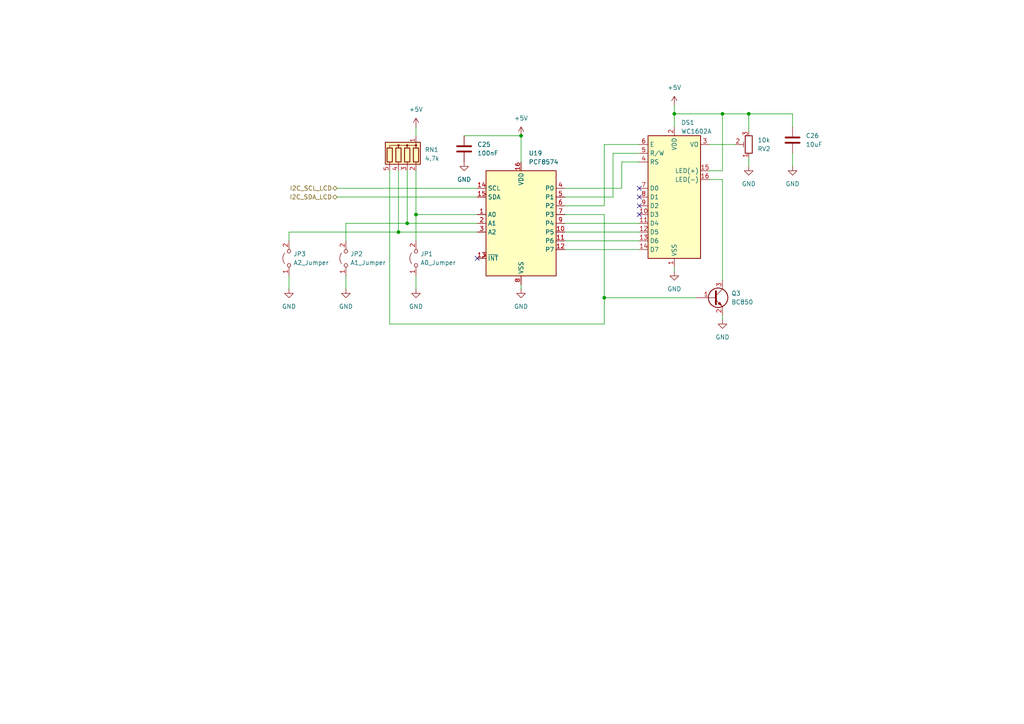
<source format=kicad_sch>
(kicad_sch (version 20231120) (generator "eeschema") (generator_version "8.0")
  (paper "A4")
  (lib_symbols
    (symbol "Device:C" (pin_numbers hide) (pin_names (offset 0.254))
      (property "Reference" "C" (at 0.635 2.54 0))
      (property "Value" "C" (at 0.635 -2.54 0))
      (symbol "C_0_1"
        (polyline (pts (xy -2.032 -0.762) (xy 2.032 -0.762)) (stroke (width 0.508)))
        (polyline (pts (xy -2.032 0.762) (xy 2.032 0.762)) (stroke (width 0.508)))
      )
      (symbol "C_1_1"
        (pin passive line (at 0 3.81 270) (length 2.794) (name "~") (number "1"))
        (pin passive line (at 0 -3.81 90) (length 2.794) (name "~") (number "2"))
      )
    )
    (symbol "Device:R_Network04" (pin_names (offset 0) hide)
      (property "Reference" "RN" (at -7.62 0 90))
      (property "Value" "R_Network04" (at 5.08 0 90))
      (symbol "R_Network04_0_1"
        (rectangle (start -6.35 -3.175) (end 3.81 3.175) (stroke (width 0.254)) (fill (type background)))
        (rectangle (start -5.842 1.524) (end -4.318 -2.54) (stroke (width 0.254)))
        (circle (center -5.08 2.286) (radius 0.254) (fill (type outline)))
        (rectangle (start -3.302 1.524) (end -1.778 -2.54) (stroke (width 0.254)))
        (circle (center -2.54 2.286) (radius 0.254) (fill (type outline)))
        (rectangle (start -0.762 1.524) (end 0.762 -2.54) (stroke (width 0.254)))
        (polyline (pts (xy -5.08 -2.54) (xy -5.08 -3.81)))
        (polyline (pts (xy -2.54 -2.54) (xy -2.54 -3.81)))
        (polyline (pts (xy 0 -2.54) (xy 0 -3.81)))
        (polyline (pts (xy 2.54 -2.54) (xy 2.54 -3.81)))
        (polyline (pts (xy -5.08 1.524) (xy -5.08 2.286) (xy -2.54 2.286) (xy -2.54 1.524)))
        (polyline (pts (xy -2.54 1.524) (xy -2.54 2.286) (xy 0 2.286) (xy 0 1.524)))
        (polyline (pts (xy 0 1.524) (xy 0 2.286) (xy 2.54 2.286) (xy 2.54 1.524)))
        (circle (center 0 2.286) (radius 0.254) (fill (type outline)))
        (rectangle (start 1.778 1.524) (end 3.302 -2.54) (stroke (width 0.254)))
      )
      (symbol "R_Network04_1_1"
        (pin passive line (at -5.08 5.08 270) (length 2.54) (name "common") (number "1"))
        (pin passive line (at -5.08 -5.08 90) (length 1.27) (name "R1") (number "2"))
        (pin passive line (at -2.54 -5.08 90) (length 1.27) (name "R2") (number "3"))
        (pin passive line (at 0 -5.08 90) (length 1.27) (name "R3") (number "4"))
        (pin passive line (at 2.54 -5.08 90) (length 1.27) (name "R4") (number "5"))
      )
    )
    (symbol "Device:R_Potentiometer_Trim" (pin_names (offset 1.016) hide)
      (property "Reference" "RV" (at -4.445 0 90))
      (property "Value" "R_Potentiometer_Trim" (at -2.54 0 90))
      (symbol "R_Potentiometer_Trim_0_1"
        (polyline (pts (xy 1.524 0.762) (xy 1.524 -0.762)))
        (polyline (pts (xy 2.54 0) (xy 1.524 0)))
        (rectangle (start 1.016 2.54) (end -1.016 -2.54) (stroke (width 0.254)))
      )
      (symbol "R_Potentiometer_Trim_1_1"
        (pin passive line (at 0 3.81 270) (length 1.27) (name "1") (number "1"))
        (pin passive line (at 3.81 0 180) (length 1.27) (name "2") (number "2"))
        (pin passive line (at 0 -3.81 90) (length 1.27) (name "3") (number "3"))
      )
    )
    (symbol "Display_Character:WC1602A"
      (property "Reference" "DS" (at -5.842 19.05 0))
      (property "Value" "WC1602A" (at 5.334 19.05 0))
      (symbol "WC1602A_1_1"
        (rectangle (start -7.62 17.78) (end 7.62 -17.78) (stroke (width 0.254)) (fill (type background)))
        (pin power_in line (at 0 -20.32 90) (length 2.54) (name "VSS") (number "1"))
        (pin input line (at -10.16 -5.08 0) (length 2.54) (name "D3") (number "10"))
        (pin input line (at -10.16 -7.62 0) (length 2.54) (name "D4") (number "11"))
        (pin input line (at -10.16 -10.16 0) (length 2.54) (name "D5") (number "12"))
        (pin input line (at -10.16 -12.7 0) (length 2.54) (name "D6") (number "13"))
        (pin input line (at -10.16 -15.24 0) (length 2.54) (name "D7") (number "14"))
        (pin power_in line (at 10.16 7.62 180) (length 2.54) (name "LED(+)") (number "15"))
        (pin power_in line (at 10.16 5.08 180) (length 2.54) (name "LED(-)") (number "16"))
        (pin power_in line (at 0 20.32 270) (length 2.54) (name "VDD") (number "2"))
        (pin input line (at 10.16 15.24 180) (length 2.54) (name "VO") (number "3"))
        (pin input line (at -10.16 10.16 0) (length 2.54) (name "RS") (number "4"))
        (pin input line (at -10.16 12.7 0) (length 2.54) (name "R/W") (number "5"))
        (pin input line (at -10.16 15.24 0) (length 2.54) (name "E") (number "6"))
        (pin input line (at -10.16 2.54 0) (length 2.54) (name "D0") (number "7"))
        (pin input line (at -10.16 0 0) (length 2.54) (name "D1") (number "8"))
        (pin input line (at -10.16 -2.54 0) (length 2.54) (name "D2") (number "9"))
      )
    )
    (symbol "Interface_Expansion:PCF8574"
      (property "Reference" "U" (at -8.89 16.51 0))
      (property "Value" "PCF8574" (at 2.54 16.51 0))
      (symbol "PCF8574_0_1"
        (rectangle (start -10.16 15.24) (end 10.16 -15.24) (stroke (width 0.254)) (fill (type background)))
      )
      (symbol "PCF8574_1_1"
        (pin input line (at -12.7 2.54 0) (length 2.54) (name "A0") (number "1"))
        (pin bidirectional line (at 12.7 -2.54 180) (length 2.54) (name "P5") (number "10"))
        (pin bidirectional line (at 12.7 -5.08 180) (length 2.54) (name "P6") (number "11"))
        (pin bidirectional line (at 12.7 -7.62 180) (length 2.54) (name "P7") (number "12"))
        (pin open_collector output_low (at -12.7 -10.16 0) (length 2.54) (name "~{INT}") (number "13"))
        (pin input line (at -12.7 10.16 0) (length 2.54) (name "SCL") (number "14"))
        (pin bidirectional line (at -12.7 7.62 0) (length 2.54) (name "SDA") (number "15"))
        (pin power_in line (at 0 17.78 270) (length 2.54) (name "VDD") (number "16"))
        (pin input line (at -12.7 0 0) (length 2.54) (name "A1") (number "2"))
        (pin input line (at -12.7 -2.54 0) (length 2.54) (name "A2") (number "3"))
        (pin bidirectional line (at 12.7 10.16 180) (length 2.54) (name "P0") (number "4"))
        (pin bidirectional line (at 12.7 7.62 180) (length 2.54) (name "P1") (number "5"))
        (pin bidirectional line (at 12.7 5.08 180) (length 2.54) (name "P2") (number "6"))
        (pin bidirectional line (at 12.7 2.54 180) (length 2.54) (name "P3") (number "7"))
        (pin power_in line (at 0 -17.78 90) (length 2.54) (name "VSS") (number "8"))
        (pin bidirectional line (at 12.7 0 180) (length 2.54) (name "P4") (number "9"))
      )
    )
    (symbol "Jumper:Jumper_2_Open" (pin_names (offset 0) hide)
      (property "Reference" "JP" (at 0 2.794 0))
      (property "Value" "Jumper_2_Open" (at 0 -2.286 0))
      (symbol "Jumper_2_Open_0_0"
        (circle (center -2.032 0) (radius 0.508))
        (circle (center 2.032 0) (radius 0.508))
      )
      (symbol "Jumper_2_Open_0_1"
        (arc (start 1.524 1.27) (mid 0 1.778) (end -1.524 1.27))
      )
      (symbol "Jumper_2_Open_1_1"
        (pin passive line (at -5.08 0 0) (length 2.54) (name "A") (number "1"))
        (pin passive line (at 5.08 0 180) (length 2.54) (name "B") (number "2"))
      )
    )
    (symbol "Transistor_BJT:BC850" (pin_names (offset 0) hide)
      (property "Reference" "Q" (at 5.08 1.905 0))
      (property "Value" "BC850" (at 5.08 0 0))
      (symbol "BC850_0_1"
        (polyline (pts (xy 0.635 0.635) (xy 2.54 2.54)))
        (polyline (pts (xy 0.635 -0.635) (xy 2.54 -2.54) (xy 2.54 -2.54)))
        (polyline (pts (xy 0.635 1.905) (xy 0.635 -1.905) (xy 0.635 -1.905)) (stroke (width 0.508)))
        (polyline (pts (xy 1.27 -1.778) (xy 1.778 -1.27) (xy 2.286 -2.286) (xy 1.27 -1.778) (xy 1.27 -1.778)) (fill (type outline)))
        (circle (center 1.27 0) (radius 2.8194) (stroke (width 0.254)))
      )
      (symbol "BC850_1_1"
        (pin input line (at -5.08 0 0) (length 5.715) (name "B") (number "1"))
        (pin passive line (at 2.54 -5.08 90) (length 2.54) (name "E") (number "2"))
        (pin passive line (at 2.54 5.08 270) (length 2.54) (name "C") (number "3"))
      )
    )
    (symbol "power:+5V" (power) (pin_numbers hide) (pin_names (offset 0) hide)
      (property "Value" "+5V" (at 0 3.556 0))
      (symbol "+5V_0_1"
        (polyline (pts (xy -0.762 1.27) (xy 0 2.54)))
        (polyline (pts (xy 0 0) (xy 0 2.54)))
        (polyline (pts (xy 0 2.54) (xy 0.762 1.27)))
      )
      (symbol "+5V_1_1"
        (pin power_in line (at 0 0 90) (length 0) (name "~") (number "1"))
      )
    )
    (symbol "power:GND" (power) (pin_numbers hide) (pin_names (offset 0) hide)
      (property "Value" "GND" (at 0 -3.81 0))
      (symbol "GND_0_1"
        (polyline (pts (xy 0 0) (xy 0 -1.27) (xy 1.27 -1.27) (xy 0 -2.54) (xy -1.27 -1.27) (xy 0 -1.27)))
      )
      (symbol "GND_1_1"
        (pin power_in line (at 0 0 270) (length 0) (name "~") (number "1"))
      )
    )
  )
  (junction (at 118.11 64.77))
  (junction (at 151.13 39.37))
  (junction (at 217.17 33.02))
  (junction (at 115.57 67.31))
  (junction (at 120.65 62.23))
  (junction (at 209.55 33.02))
  (junction (at 195.58 33.02))
  (junction (at 175.26 86.36))
  (no_connect (at 185.42 62.23))
  (no_connect (at 138.43 74.93))
  (no_connect (at 185.42 59.69))
  (no_connect (at 185.42 54.61))
  (no_connect (at 185.42 57.15))
  (wire (pts (xy 177.8 44.45) (xy 185.42 44.45)))
  (wire (pts (xy 185.42 72.39) (xy 163.83 72.39)))
  (wire (pts (xy 83.82 80.01) (xy 83.82 83.82)))
  (wire (pts (xy 180.34 46.99) (xy 185.42 46.99)))
  (wire (pts (xy 163.83 59.69) (xy 175.26 59.69)))
  (wire (pts (xy 97.79 57.15) (xy 138.43 57.15)))
  (wire (pts (xy 209.55 52.07) (xy 209.55 81.28)))
  (wire (pts (xy 195.58 33.02) (xy 195.58 36.83)))
  (wire (pts (xy 138.43 62.23) (xy 120.65 62.23)))
  (wire (pts (xy 163.83 54.61) (xy 180.34 54.61)))
  (wire (pts (xy 113.03 49.53) (xy 113.03 93.98)))
  (wire (pts (xy 185.42 64.77) (xy 163.83 64.77)))
  (wire (pts (xy 118.11 64.77) (xy 118.11 49.53)))
  (wire (pts (xy 205.74 49.53) (xy 209.55 49.53)))
  (wire (pts (xy 175.26 93.98) (xy 175.26 86.36)))
  (wire (pts (xy 100.33 64.77) (xy 118.11 64.77)))
  (wire (pts (xy 217.17 45.72) (xy 217.17 48.26)))
  (wire (pts (xy 151.13 82.55) (xy 151.13 83.82)))
  (wire (pts (xy 120.65 62.23) (xy 120.65 49.53)))
  (wire (pts (xy 195.58 77.47) (xy 195.58 78.74)))
  (wire (pts (xy 217.17 38.1) (xy 217.17 33.02)))
  (wire (pts (xy 180.34 54.61) (xy 180.34 46.99)))
  (wire (pts (xy 100.33 80.01) (xy 100.33 83.82)))
  (wire (pts (xy 100.33 69.85) (xy 100.33 64.77)))
  (wire (pts (xy 205.74 52.07) (xy 209.55 52.07)))
  (wire (pts (xy 115.57 67.31) (xy 115.57 49.53)))
  (wire (pts (xy 195.58 30.48) (xy 195.58 33.02)))
  (wire (pts (xy 175.26 59.69) (xy 175.26 41.91)))
  (wire (pts (xy 229.87 33.02) (xy 217.17 33.02)))
  (wire (pts (xy 138.43 64.77) (xy 118.11 64.77)))
  (wire (pts (xy 205.74 41.91) (xy 213.36 41.91)))
  (wire (pts (xy 209.55 33.02) (xy 195.58 33.02)))
  (wire (pts (xy 97.79 54.61) (xy 138.43 54.61)))
  (wire (pts (xy 120.65 36.83) (xy 120.65 39.37)))
  (wire (pts (xy 138.43 67.31) (xy 115.57 67.31)))
  (wire (pts (xy 83.82 67.31) (xy 115.57 67.31)))
  (wire (pts (xy 209.55 91.44) (xy 209.55 92.71)))
  (wire (pts (xy 177.8 57.15) (xy 177.8 44.45)))
  (wire (pts (xy 175.26 86.36) (xy 175.26 62.23)))
  (wire (pts (xy 185.42 69.85) (xy 163.83 69.85)))
  (wire (pts (xy 83.82 69.85) (xy 83.82 67.31)))
  (wire (pts (xy 217.17 33.02) (xy 209.55 33.02)))
  (wire (pts (xy 120.65 80.01) (xy 120.65 83.82)))
  (wire (pts (xy 201.93 86.36) (xy 175.26 86.36)))
  (wire (pts (xy 209.55 49.53) (xy 209.55 33.02)))
  (wire (pts (xy 175.26 41.91) (xy 185.42 41.91)))
  (wire (pts (xy 229.87 44.45) (xy 229.87 48.26)))
  (wire (pts (xy 134.62 39.37) (xy 151.13 39.37)))
  (wire (pts (xy 120.65 62.23) (xy 120.65 69.85)))
  (wire (pts (xy 151.13 39.37) (xy 151.13 46.99)))
  (wire (pts (xy 175.26 62.23) (xy 163.83 62.23)))
  (wire (pts (xy 163.83 57.15) (xy 177.8 57.15)))
  (wire (pts (xy 229.87 36.83) (xy 229.87 33.02)))
  (wire (pts (xy 113.03 93.98) (xy 175.26 93.98)))
  (wire (pts (xy 185.42 67.31) (xy 163.83 67.31)))
  (hierarchical_label "I2C_SDA_LCD" (shape bidirectional) (at 97.79 57.15 180))
  (hierarchical_label "I2C_SCL_LCD" (shape bidirectional) (at 97.79 54.61 180))
  (symbol (lib_id "power:GND") (at 229.87 48.26 0) (unit 1)
    (property "Reference" "#PWR046" (effects (hide yes)))
    (property "Value" "GND" (at 229.87 53.34 0))
    (property "Description" "Power symbol creates a global label with name \"GND\" , ground" (effects (hide yes)))
  )
  (symbol (lib_id "power:GND") (at 120.65 83.82 0) (unit 1)
    (property "Reference" "#PWR039" (effects (hide yes)))
    (property "Value" "GND" (at 120.65 88.9 0))
    (property "Description" "Power symbol creates a global label with name \"GND\" , ground" (effects (hide yes)))
  )
  (symbol (lib_id "Device:R_Potentiometer_Trim") (at 217.17 41.91 180) (unit 1)
    (property "Reference" "RV2" (at 219.71 43.1801 0) (effects (justify right)))
    (property "Value" "10k" (at 219.71 40.6401 0) (effects (justify right)))
    (property "Footprint" "Potentiometer_SMD:Potentiometer_Bourns_3224J_Horizontal" (effects (hide yes)))
    (property "Description" "Trim-potentiometer" (effects (hide yes)))
  )
  (symbol (lib_id "power:GND") (at 134.62 46.99 0) (unit 1)
    (property "Reference" "#PWR042" (effects (hide yes)))
    (property "Value" "GND" (at 134.62 52.07 0))
    (property "Description" "Power symbol creates a global label with name \"GND\" , ground" (effects (hide yes)))
  )
  (symbol (lib_id "Jumper:Jumper_2_Open") (at 120.65 74.93 90) (unit 1)
    (property "Reference" "JP1" (at 121.92 73.6599 90) (effects (justify right)))
    (property "Value" "A0_Jumper" (at 121.92 76.1999 90) (effects (justify right)))
    (property "Description" "Jumper, 2-pole, open" (effects (hide yes)))
  )
  (symbol (lib_id "Display_Character:WC1602A") (at 195.58 57.15 0) (unit 1)
    (property "Reference" "DS1" (at 197.5359 35.56 0) (effects (justify left)))
    (property "Value" "WC1602A" (at 197.5359 38.1 0) (effects (justify left)))
    (property "Footprint" "Display:WC1602A" (effects (hide yes)))
    (property "Datasheet" "http://www.wincomlcd.com/pdf/WC1602A-SFYLYHTC06.pdf" (effects (hide yes)))
  )
  (symbol (lib_id "power:+5V") (at 151.13 39.37 0) (unit 1)
    (property "Reference" "#PWR033" (effects (hide yes)))
    (property "Value" "+5V" (at 151.13 34.29 0))
    (property "Description" "Power symbol creates a global label with name \"+5V\"" (effects (hide yes)))
  )
  (symbol (lib_id "power:+5V") (at 195.58 30.48 0) (unit 1)
    (property "Reference" "#PWR034" (effects (hide yes)))
    (property "Value" "+5V" (at 195.58 25.4 0))
    (property "Description" "Power symbol creates a global label with name \"+5V\"" (effects (hide yes)))
  )
  (symbol (lib_id "power:GND") (at 195.58 78.74 0) (unit 1)
    (property "Reference" "#PWR037" (effects (hide yes)))
    (property "Value" "GND" (at 195.58 83.82 0))
    (property "Description" "Power symbol creates a global label with name \"GND\" , ground" (effects (hide yes)))
  )
  (symbol (lib_id "Jumper:Jumper_2_Open") (at 100.33 74.93 90) (unit 1)
    (property "Reference" "JP2" (at 101.6 73.6599 90) (effects (justify right)))
    (property "Value" "A1_Jumper" (at 101.6 76.1999 90) (effects (justify right)))
    (property "Description" "Jumper, 2-pole, open" (effects (hide yes)))
  )
  (symbol (lib_id "Interface_Expansion:PCF8574") (at 151.13 64.77 0) (unit 1)
    (property "Reference" "U19" (at 153.3241 44.45 0) (effects (justify left)))
    (property "Value" "PCF8574" (at 153.3241 46.99 0) (effects (justify left)))
    (property "Footprint" "Package_SO:SSOP-20_4.4x6.5mm_P0.65mm" (effects (hide yes)))
    (property "Datasheet" "http://www.nxp.com/docs/en/data-sheet/PCF8574_PCF8574A.pdf" (effects (hide yes)))
    (property "Description" "8 Bit Port/Expander to I2C Bus, DIP/SOIC-16" (effects (hide yes)))
  )
  (symbol (lib_id "power:GND") (at 217.17 48.26 0) (unit 1)
    (property "Reference" "#PWR038" (effects (hide yes)))
    (property "Value" "GND" (at 217.17 53.34 0))
    (property "Description" "Power symbol creates a global label with name \"GND\" , ground" (effects (hide yes)))
  )
  (symbol (lib_id "power:GND") (at 151.13 83.82 0) (unit 1)
    (property "Reference" "#PWR036" (effects (hide yes)))
    (property "Value" "GND" (at 151.13 88.9 0))
    (property "Description" "Power symbol creates a global label with name \"GND\" , ground" (effects (hide yes)))
  )
  (symbol (lib_id "power:GND") (at 83.82 83.82 0) (unit 1)
    (property "Reference" "#PWR041" (effects (hide yes)))
    (property "Value" "GND" (at 83.82 88.9 0))
    (property "Description" "Power symbol creates a global label with name \"GND\" , ground" (effects (hide yes)))
  )
  (symbol (lib_id "power:+5V") (at 120.65 36.83 0) (unit 1)
    (property "Reference" "#PWR032" (effects (hide yes)))
    (property "Value" "+5V" (at 120.65 31.75 0))
    (property "Description" "Power symbol creates a global label with name \"+5V\"" (effects (hide yes)))
  )
  (symbol (lib_id "Device:C") (at 134.62 43.18 0) (unit 1)
    (property "Reference" "C25" (at 138.43 41.9099 0) (effects (justify left)))
    (property "Value" "100nF" (at 138.43 44.4499 0) (effects (justify left)))
    (property "Description" "Unpolarized capacitor" (effects (hide yes)))
  )
  (symbol (lib_id "Device:R_Network04") (at 115.57 44.45 0) (mirror y) (unit 1)
    (property "Reference" "RN1" (at 123.19 43.4339 0) (effects (justify right)))
    (property "Value" "4.7k" (at 123.19 45.9739 0) (effects (justify right)))
    (property "Footprint" "Resistor_SMD:R_Array_Convex_4x0603" (effects (hide yes)))
    (property "Datasheet" "http://www.vishay.com/docs/31509/csc.pdf" (effects (hide yes)))
    (property "Description" "4 resistor network, star topology, bussed resistors, small symbol" (effects (hide yes)))
  )
  (symbol (lib_id "power:GND") (at 209.55 92.71 0) (unit 1)
    (property "Reference" "#PWR035" (effects (hide yes)))
    (property "Value" "GND" (at 209.55 97.79 0))
    (property "Description" "Power symbol creates a global label with name \"GND\" , ground" (effects (hide yes)))
  )
  (symbol (lib_id "Transistor_BJT:BC850") (at 207.01 86.36 0) (unit 1)
    (property "Reference" "Q3" (at 212.09 85.0899 0) (effects (justify left)))
    (property "Value" "BC850" (at 212.09 87.6299 0) (effects (justify left)))
    (property "Footprint" "Package_TO_SOT_SMD:SOT-23" (effects (hide yes)))
    (property "Datasheet" "http://www.infineon.com/dgdl/Infineon-BC847SERIES_BC848SERIES_BC849SERIES_BC850SERIES-DS-v01_01-en.pdf?fileId=db3a304314dca389011541d4630a1657" (effects (hide yes)))
    (property "Description" "0.1A Ic, 45V Vce, NPN Transistor, SOT-23" (effects (hide yes)))
  )
  (symbol (lib_id "Device:C") (at 229.87 40.64 0) (unit 1)
    (property "Reference" "C26" (at 233.68 39.3699 0) (effects (justify left)))
    (property "Value" "10uF" (at 233.68 41.9099 0) (effects (justify left)))
    (property "Description" "Unpolarized capacitor" (effects (hide yes)))
  )
  (symbol (lib_id "Jumper:Jumper_2_Open") (at 83.82 74.93 90) (unit 1)
    (property "Reference" "JP3" (at 85.09 73.6599 90) (effects (justify right)))
    (property "Value" "A2_Jumper" (at 85.09 76.1999 90) (effects (justify right)))
    (property "Description" "Jumper, 2-pole, open" (effects (hide yes)))
  )
  (symbol (lib_id "power:GND") (at 100.33 83.82 0) (unit 1)
    (property "Reference" "#PWR040" (effects (hide yes)))
    (property "Value" "GND" (at 100.33 88.9 0))
    (property "Description" "Power symbol creates a global label with name \"GND\" , ground" (effects (hide yes)))
  )
)
</source>
